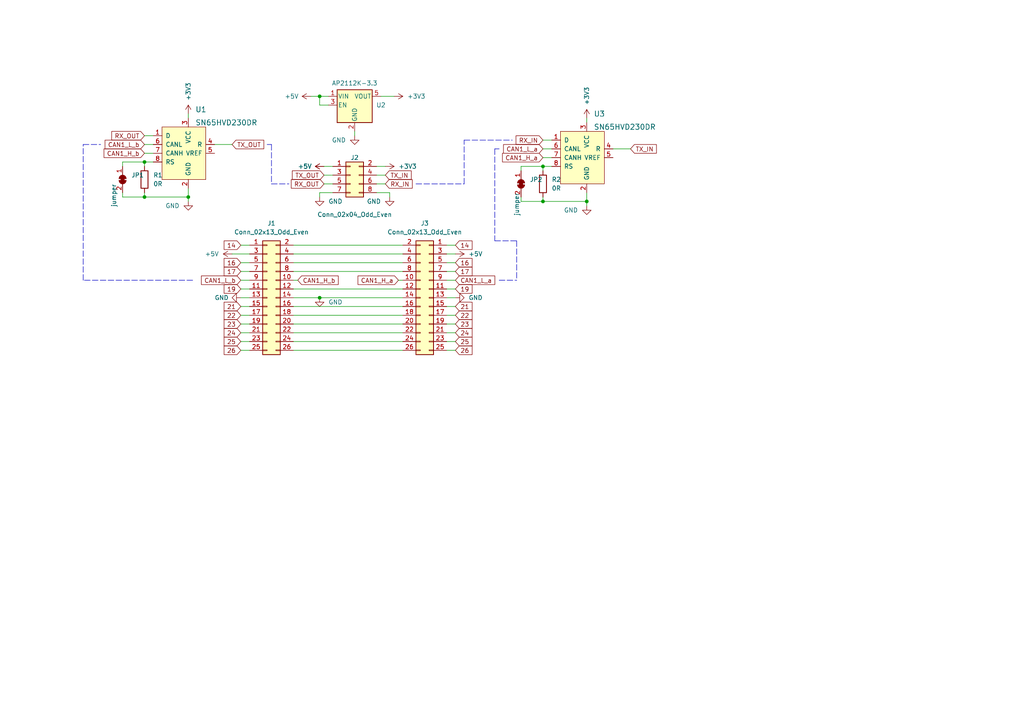
<source format=kicad_sch>
(kicad_sch (version 20211123) (generator eeschema)
  (paper "A4")
  (lib_symbols
    (symbol "Connector_Generic:Conn_02x04_Odd_Even" (pin_names (offset 1.016) hide)
      (property "Reference" "J" (at 1.27 5.08 0))
      (property "Value" "Conn_02x04_Odd_Even" (at 1.27 -7.62 0))
      (symbol "Conn_02x04_Odd_Even_1_1"
        (rectangle (start -1.27 -4.953) (end 0 -5.207) (stroke (width 0.1524)))
        (rectangle (start -1.27 -2.413) (end 0 -2.667) (stroke (width 0.1524)))
        (rectangle (start -1.27 0.127) (end 0 -0.127) (stroke (width 0.1524)))
        (rectangle (start -1.27 2.667) (end 0 2.413) (stroke (width 0.1524)))
        (rectangle (start -1.27 3.81) (end 3.81 -6.35) (stroke (width 0.254)) (fill (type background)))
        (rectangle (start 3.81 -4.953) (end 2.54 -5.207) (stroke (width 0.1524)))
        (rectangle (start 3.81 -2.413) (end 2.54 -2.667) (stroke (width 0.1524)))
        (rectangle (start 3.81 0.127) (end 2.54 -0.127) (stroke (width 0.1524)))
        (rectangle (start 3.81 2.667) (end 2.54 2.413) (stroke (width 0.1524)))
        (pin passive line (at -5.08 2.54 0) (length 3.81) (name "Pin_1") (number "1"))
        (pin passive line (at 7.62 2.54 180) (length 3.81) (name "Pin_2") (number "2"))
        (pin passive line (at -5.08 0 0) (length 3.81) (name "Pin_3") (number "3"))
        (pin passive line (at 7.62 0 180) (length 3.81) (name "Pin_4") (number "4"))
        (pin passive line (at -5.08 -2.54 0) (length 3.81) (name "Pin_5") (number "5"))
        (pin passive line (at 7.62 -2.54 180) (length 3.81) (name "Pin_6") (number "6"))
        (pin passive line (at -5.08 -5.08 0) (length 3.81) (name "Pin_7") (number "7"))
        (pin passive line (at 7.62 -5.08 180) (length 3.81) (name "Pin_8") (number "8"))
      )
    )
    (symbol "Connector_Generic:Conn_02x13_Odd_Even" (pin_names (offset 1.016) hide)
      (property "Reference" "J" (at 1.27 17.78 0))
      (property "Value" "Conn_02x13_Odd_Even" (at 1.27 -17.78 0))
      (symbol "Conn_02x13_Odd_Even_1_1"
        (rectangle (start -1.27 -15.113) (end 0 -15.367) (stroke (width 0.1524)))
        (rectangle (start -1.27 -12.573) (end 0 -12.827) (stroke (width 0.1524)))
        (rectangle (start -1.27 -10.033) (end 0 -10.287) (stroke (width 0.1524)))
        (rectangle (start -1.27 -7.493) (end 0 -7.747) (stroke (width 0.1524)))
        (rectangle (start -1.27 -4.953) (end 0 -5.207) (stroke (width 0.1524)))
        (rectangle (start -1.27 -2.413) (end 0 -2.667) (stroke (width 0.1524)))
        (rectangle (start -1.27 0.127) (end 0 -0.127) (stroke (width 0.1524)))
        (rectangle (start -1.27 2.667) (end 0 2.413) (stroke (width 0.1524)))
        (rectangle (start -1.27 5.207) (end 0 4.953) (stroke (width 0.1524)))
        (rectangle (start -1.27 7.747) (end 0 7.493) (stroke (width 0.1524)))
        (rectangle (start -1.27 10.287) (end 0 10.033) (stroke (width 0.1524)))
        (rectangle (start -1.27 12.827) (end 0 12.573) (stroke (width 0.1524)))
        (rectangle (start -1.27 15.367) (end 0 15.113) (stroke (width 0.1524)))
        (rectangle (start -1.27 16.51) (end 3.81 -16.51) (stroke (width 0.254)) (fill (type background)))
        (rectangle (start 3.81 -15.113) (end 2.54 -15.367) (stroke (width 0.1524)))
        (rectangle (start 3.81 -12.573) (end 2.54 -12.827) (stroke (width 0.1524)))
        (rectangle (start 3.81 -10.033) (end 2.54 -10.287) (stroke (width 0.1524)))
        (rectangle (start 3.81 -7.493) (end 2.54 -7.747) (stroke (width 0.1524)))
        (rectangle (start 3.81 -4.953) (end 2.54 -5.207) (stroke (width 0.1524)))
        (rectangle (start 3.81 -2.413) (end 2.54 -2.667) (stroke (width 0.1524)))
        (rectangle (start 3.81 0.127) (end 2.54 -0.127) (stroke (width 0.1524)))
        (rectangle (start 3.81 2.667) (end 2.54 2.413) (stroke (width 0.1524)))
        (rectangle (start 3.81 5.207) (end 2.54 4.953) (stroke (width 0.1524)))
        (rectangle (start 3.81 7.747) (end 2.54 7.493) (stroke (width 0.1524)))
        (rectangle (start 3.81 10.287) (end 2.54 10.033) (stroke (width 0.1524)))
        (rectangle (start 3.81 12.827) (end 2.54 12.573) (stroke (width 0.1524)))
        (rectangle (start 3.81 15.367) (end 2.54 15.113) (stroke (width 0.1524)))
        (pin passive line (at -5.08 15.24 0) (length 3.81) (name "Pin_1") (number "1"))
        (pin passive line (at 7.62 5.08 180) (length 3.81) (name "Pin_10") (number "10"))
        (pin passive line (at -5.08 2.54 0) (length 3.81) (name "Pin_11") (number "11"))
        (pin passive line (at 7.62 2.54 180) (length 3.81) (name "Pin_12") (number "12"))
        (pin passive line (at -5.08 0 0) (length 3.81) (name "Pin_13") (number "13"))
        (pin passive line (at 7.62 0 180) (length 3.81) (name "Pin_14") (number "14"))
        (pin passive line (at -5.08 -2.54 0) (length 3.81) (name "Pin_15") (number "15"))
        (pin passive line (at 7.62 -2.54 180) (length 3.81) (name "Pin_16") (number "16"))
        (pin passive line (at -5.08 -5.08 0) (length 3.81) (name "Pin_17") (number "17"))
        (pin passive line (at 7.62 -5.08 180) (length 3.81) (name "Pin_18") (number "18"))
        (pin passive line (at -5.08 -7.62 0) (length 3.81) (name "Pin_19") (number "19"))
        (pin passive line (at 7.62 15.24 180) (length 3.81) (name "Pin_2") (number "2"))
        (pin passive line (at 7.62 -7.62 180) (length 3.81) (name "Pin_20") (number "20"))
        (pin passive line (at -5.08 -10.16 0) (length 3.81) (name "Pin_21") (number "21"))
        (pin passive line (at 7.62 -10.16 180) (length 3.81) (name "Pin_22") (number "22"))
        (pin passive line (at -5.08 -12.7 0) (length 3.81) (name "Pin_23") (number "23"))
        (pin passive line (at 7.62 -12.7 180) (length 3.81) (name "Pin_24") (number "24"))
        (pin passive line (at -5.08 -15.24 0) (length 3.81) (name "Pin_25") (number "25"))
        (pin passive line (at 7.62 -15.24 180) (length 3.81) (name "Pin_26") (number "26"))
        (pin passive line (at -5.08 12.7 0) (length 3.81) (name "Pin_3") (number "3"))
        (pin passive line (at 7.62 12.7 180) (length 3.81) (name "Pin_4") (number "4"))
        (pin passive line (at -5.08 10.16 0) (length 3.81) (name "Pin_5") (number "5"))
        (pin passive line (at 7.62 10.16 180) (length 3.81) (name "Pin_6") (number "6"))
        (pin passive line (at -5.08 7.62 0) (length 3.81) (name "Pin_7") (number "7"))
        (pin passive line (at 7.62 7.62 180) (length 3.81) (name "Pin_8") (number "8"))
        (pin passive line (at -5.08 5.08 0) (length 3.81) (name "Pin_9") (number "9"))
      )
    )
    (symbol "Device:R" (pin_numbers hide) (pin_names (offset 0))
      (property "Reference" "R" (at 2.032 0 90))
      (property "Value" "R" (at 0 0 90))
      (symbol "R_0_1"
        (rectangle (start -1.016 -2.54) (end 1.016 2.54) (stroke (width 0.254)))
      )
      (symbol "R_1_1"
        (pin passive line (at 0 3.81 270) (length 1.27) (name "~") (number "1"))
        (pin passive line (at 0 -3.81 90) (length 1.27) (name "~") (number "2"))
      )
    )
    (symbol "Jumper:SolderJumper_2_Bridged" (pin_names (offset 0) hide)
      (property "Reference" "JP" (at 0 2.032 0))
      (property "Value" "SolderJumper_2_Bridged" (at 0 -2.54 0))
      (symbol "SolderJumper_2_Bridged_0_1"
        (rectangle (start -0.508 0.508) (end 0.508 -0.508) (fill (type outline)))
        (arc (start -0.254 1.016) (mid -1.27 0) (end -0.254 -1.016))
        (arc (start -0.254 1.016) (mid -1.27 0) (end -0.254 -1.016) (fill (type outline)))
        (polyline (pts (xy -0.254 1.016) (xy -0.254 -1.016)))
        (polyline (pts (xy 0.254 1.016) (xy 0.254 -1.016)))
        (arc (start 0.254 -1.016) (mid 1.27 0) (end 0.254 1.016))
        (arc (start 0.254 -1.016) (mid 1.27 0) (end 0.254 1.016) (fill (type outline)))
      )
      (symbol "SolderJumper_2_Bridged_1_1"
        (pin passive line (at -3.81 0 0) (length 2.54) (name "A") (number "1"))
        (pin passive line (at 3.81 0 180) (length 2.54) (name "B") (number "2"))
      )
    )
    (symbol "Regulator_Linear:AP2112K-3.3" (pin_names (offset 0.254))
      (property "Reference" "U" (at -5.08 5.715 0))
      (property "Value" "AP2112K-3.3" (at 0 5.715 0))
      (symbol "AP2112K-3.3_0_1"
        (rectangle (start -5.08 4.445) (end 5.08 -5.08) (stroke (width 0.254)) (fill (type background)))
      )
      (symbol "AP2112K-3.3_1_1"
        (pin power_in line (at -7.62 2.54 0) (length 2.54) (name "VIN") (number "1"))
        (pin power_in line (at 0 -7.62 90) (length 2.54) (name "GND") (number "2"))
        (pin input line (at -7.62 0 0) (length 2.54) (name "EN") (number "3"))
        (pin no_connect line (at 5.08 0 180) (length 2.54) hide (name "NC") (number "4"))
        (pin power_out line (at 7.62 2.54 180) (length 2.54) (name "VOUT") (number "5"))
      )
    )
    (symbol "dk_Interface-Drivers-Receivers-Transceivers:SN65HVD230DR" (pin_names (offset 1.016))
      (property "Reference" "U" (at -2.54 1.27 0))
      (property "Value" "SN65HVD230DR" (at 5.08 -17.78 0))
      (symbol "SN65HVD230DR_0_1"
        (rectangle (start -5.08 0) (end 7.62 -15.24) (fill (type background)))
      )
      (symbol "SN65HVD230DR_1_1"
        (pin input line (at -7.62 -2.54 0) (length 2.54) (name "D") (number "1"))
        (pin power_in line (at 2.54 -17.78 90) (length 2.54) (name "GND") (number "2"))
        (pin power_in line (at 2.54 2.54 270) (length 2.54) (name "VCC") (number "3"))
        (pin output line (at 10.16 -5.08 180) (length 2.54) (name "R") (number "4"))
        (pin output line (at 10.16 -7.62 180) (length 2.54) (name "VREF") (number "5"))
        (pin bidirectional line (at -7.62 -5.08 0) (length 2.54) (name "CANL") (number "6"))
        (pin bidirectional line (at -7.62 -7.62 0) (length 2.54) (name "CANH") (number "7"))
        (pin input line (at -7.62 -10.16 0) (length 2.54) (name "RS") (number "8"))
      )
    )
    (symbol "power:+3V3" (power) (pin_names (offset 0))
      (property "Value" "+3V3" (at 0 3.556 0))
      (symbol "+3V3_0_1"
        (polyline (pts (xy -0.762 1.27) (xy 0 2.54)))
        (polyline (pts (xy 0 0) (xy 0 2.54)))
        (polyline (pts (xy 0 2.54) (xy 0.762 1.27)))
      )
      (symbol "+3V3_1_1"
        (pin power_in line (at 0 0 90) (length 0) hide (name "+3V3") (number "1"))
      )
    )
    (symbol "power:+5V" (power) (pin_names (offset 0))
      (property "Value" "+5V" (at 0 3.556 0))
      (symbol "+5V_0_1"
        (polyline (pts (xy -0.762 1.27) (xy 0 2.54)))
        (polyline (pts (xy 0 0) (xy 0 2.54)))
        (polyline (pts (xy 0 2.54) (xy 0.762 1.27)))
      )
      (symbol "+5V_1_1"
        (pin power_in line (at 0 0 90) (length 0) hide (name "+5V") (number "1"))
      )
    )
    (symbol "power:GND" (power) (pin_names (offset 0))
      (property "Value" "GND" (at 0 -3.81 0))
      (symbol "GND_0_1"
        (polyline (pts (xy 0 0) (xy 0 -1.27) (xy 1.27 -1.27) (xy 0 -2.54) (xy -1.27 -1.27) (xy 0 -1.27)))
      )
      (symbol "GND_1_1"
        (pin power_in line (at 0 0 270) (length 0) hide (name "GND") (number "1"))
      )
    )
  )
  (junction (at 54.61 57.15))
  (junction (at 41.91 46.99))
  (junction (at 157.48 58.42))
  (junction (at 41.91 57.15))
  (junction (at 92.71 86.36))
  (junction (at 157.48 48.26))
  (junction (at 170.18 58.42))
  (junction (at 92.71 27.94))
  (wire (pts (xy 41.91 41.91) (xy 44.45 41.91)))
  (wire (pts (xy 54.61 57.15) (xy 54.61 58.42)))
  (wire (pts (xy 111.76 50.8) (xy 109.22 50.8)))
  (wire (pts (xy 92.71 86.36) (xy 116.84 86.36)))
  (wire (pts (xy 69.85 76.2) (xy 72.39 76.2)))
  (wire (pts (xy 132.08 101.6) (xy 129.54 101.6)))
  (wire (pts (xy 67.31 73.66) (xy 72.39 73.66)))
  (wire (pts (xy 113.03 57.15) (xy 113.03 55.88)))
  (wire (pts (xy 157.48 58.42) (xy 170.18 58.42)))
  (wire (pts (xy 177.8 43.18) (xy 182.88 43.18)))
  (wire (pts (xy 157.48 45.72) (xy 160.02 45.72)))
  (wire (pts (xy 132.08 81.28) (xy 129.54 81.28)))
  (wire (pts (xy 92.71 27.94) (xy 92.71 30.48)))
  (wire (pts (xy 110.49 27.94) (xy 114.3 27.94)))
  (wire (pts (xy 132.08 71.12) (xy 129.54 71.12)))
  (wire (pts (xy 111.76 48.26) (xy 109.22 48.26)))
  (wire (pts (xy 92.71 55.88) (xy 96.52 55.88)))
  (wire (pts (xy 41.91 44.45) (xy 44.45 44.45)))
  (polyline (pts (xy 144.78 81.28) (xy 149.86 81.28)))
  (wire (pts (xy 35.56 55.88) (xy 35.56 57.15)))
  (wire (pts (xy 102.87 38.1) (xy 102.87 39.37)))
  (wire (pts (xy 85.09 78.74) (xy 116.84 78.74)))
  (wire (pts (xy 170.18 58.42) (xy 170.18 59.69)))
  (wire (pts (xy 92.71 27.94) (xy 95.25 27.94)))
  (wire (pts (xy 115.57 81.28) (xy 116.84 81.28)))
  (wire (pts (xy 69.85 93.98) (xy 72.39 93.98)))
  (polyline (pts (xy 149.86 69.85) (xy 149.86 81.28)))
  (wire (pts (xy 151.13 48.26) (xy 151.13 49.53)))
  (wire (pts (xy 132.08 93.98) (xy 129.54 93.98)))
  (polyline (pts (xy 77.47 41.91) (xy 78.74 41.91)))
  (wire (pts (xy 93.98 53.34) (xy 96.52 53.34)))
  (polyline (pts (xy 55.88 81.28) (xy 24.13 81.28)))
  (wire (pts (xy 151.13 57.15) (xy 151.13 58.42)))
  (wire (pts (xy 85.09 91.44) (xy 116.84 91.44)))
  (polyline (pts (xy 134.62 53.34) (xy 134.62 40.64)))
  (wire (pts (xy 69.85 88.9) (xy 72.39 88.9)))
  (polyline (pts (xy 78.74 41.91) (xy 78.74 53.34)))
  (wire (pts (xy 132.08 83.82) (xy 129.54 83.82)))
  (wire (pts (xy 85.09 88.9) (xy 116.84 88.9)))
  (wire (pts (xy 157.48 40.64) (xy 160.02 40.64)))
  (wire (pts (xy 157.48 48.26) (xy 157.48 49.53)))
  (wire (pts (xy 69.85 91.44) (xy 72.39 91.44)))
  (polyline (pts (xy 144.78 43.18) (xy 143.51 43.18)))
  (polyline (pts (xy 134.62 40.64) (xy 148.59 40.64)))
  (wire (pts (xy 170.18 55.88) (xy 170.18 58.42)))
  (wire (pts (xy 157.48 57.15) (xy 157.48 58.42)))
  (wire (pts (xy 170.18 35.56) (xy 170.18 34.29)))
  (polyline (pts (xy 24.13 81.28) (xy 24.13 41.91)))
  (wire (pts (xy 69.85 99.06) (xy 72.39 99.06)))
  (wire (pts (xy 69.85 78.74) (xy 72.39 78.74)))
  (wire (pts (xy 69.85 71.12) (xy 72.39 71.12)))
  (polyline (pts (xy 24.13 41.91) (xy 29.21 41.91)))
  (wire (pts (xy 85.09 83.82) (xy 116.84 83.82)))
  (wire (pts (xy 132.08 73.66) (xy 129.54 73.66)))
  (wire (pts (xy 62.23 41.91) (xy 67.31 41.91)))
  (polyline (pts (xy 120.65 53.34) (xy 134.62 53.34)))
  (wire (pts (xy 69.85 101.6) (xy 72.39 101.6)))
  (wire (pts (xy 157.48 43.18) (xy 160.02 43.18)))
  (wire (pts (xy 92.71 30.48) (xy 95.25 30.48)))
  (wire (pts (xy 132.08 76.2) (xy 129.54 76.2)))
  (wire (pts (xy 41.91 57.15) (xy 54.61 57.15)))
  (wire (pts (xy 132.08 78.74) (xy 129.54 78.74)))
  (wire (pts (xy 85.09 73.66) (xy 116.84 73.66)))
  (wire (pts (xy 85.09 96.52) (xy 116.84 96.52)))
  (wire (pts (xy 132.08 99.06) (xy 129.54 99.06)))
  (wire (pts (xy 69.85 86.36) (xy 72.39 86.36)))
  (wire (pts (xy 35.56 46.99) (xy 35.56 48.26)))
  (polyline (pts (xy 78.74 53.34) (xy 83.82 53.34)))
  (wire (pts (xy 85.09 99.06) (xy 116.84 99.06)))
  (wire (pts (xy 41.91 46.99) (xy 41.91 48.26)))
  (wire (pts (xy 151.13 48.26) (xy 157.48 48.26)))
  (wire (pts (xy 54.61 34.29) (xy 54.61 33.02)))
  (wire (pts (xy 132.08 91.44) (xy 129.54 91.44)))
  (wire (pts (xy 85.09 71.12) (xy 116.84 71.12)))
  (wire (pts (xy 111.76 53.34) (xy 109.22 53.34)))
  (wire (pts (xy 160.02 48.26) (xy 157.48 48.26)))
  (wire (pts (xy 92.71 57.15) (xy 92.71 55.88)))
  (wire (pts (xy 44.45 46.99) (xy 41.91 46.99)))
  (wire (pts (xy 41.91 39.37) (xy 44.45 39.37)))
  (wire (pts (xy 93.98 48.26) (xy 96.52 48.26)))
  (wire (pts (xy 85.09 101.6) (xy 116.84 101.6)))
  (wire (pts (xy 54.61 54.61) (xy 54.61 57.15)))
  (wire (pts (xy 113.03 55.88) (xy 109.22 55.88)))
  (wire (pts (xy 41.91 46.99) (xy 35.56 46.99)))
  (wire (pts (xy 69.85 96.52) (xy 72.39 96.52)))
  (wire (pts (xy 35.56 57.15) (xy 41.91 57.15)))
  (wire (pts (xy 41.91 55.88) (xy 41.91 57.15)))
  (wire (pts (xy 85.09 76.2) (xy 116.84 76.2)))
  (wire (pts (xy 85.09 93.98) (xy 116.84 93.98)))
  (wire (pts (xy 85.09 81.28) (xy 86.36 81.28)))
  (wire (pts (xy 85.09 86.36) (xy 92.71 86.36)))
  (wire (pts (xy 69.85 83.82) (xy 72.39 83.82)))
  (wire (pts (xy 93.98 50.8) (xy 96.52 50.8)))
  (wire (pts (xy 132.08 96.52) (xy 129.54 96.52)))
  (polyline (pts (xy 143.51 69.85) (xy 149.86 69.85)))
  (wire (pts (xy 69.85 81.28) (xy 72.39 81.28)))
  (wire (pts (xy 151.13 58.42) (xy 157.48 58.42)))
  (wire (pts (xy 132.08 86.36) (xy 129.54 86.36)))
  (wire (pts (xy 132.08 88.9) (xy 129.54 88.9)))
  (wire (pts (xy 90.17 27.94) (xy 92.71 27.94)))
  (polyline (pts (xy 143.51 43.18) (xy 143.51 69.85)))
  (global_label "26" (shape input) (at 69.85 101.6 180) (property "Intersheet References" "${INTERSHEET_REFS}" (effects hide)))
  (global_label "TX_OUT" (shape input) (at 67.31 41.91 0) (property "Intersheet References" "${INTERSHEET_REFS}" (effects hide)))
  (global_label "CAN1_H_b" (shape input) (at 41.91 44.45 180) (property "Intersheet References" "${INTERSHEET_REFS}" (effects hide)))
  (global_label "25" (shape input) (at 69.85 99.06 180) (property "Intersheet References" "${INTERSHEET_REFS}" (effects hide)))
  (global_label "RX_IN" (shape input) (at 157.48 40.64 180) (property "Intersheet References" "${INTERSHEET_REFS}" (effects hide)))
  (global_label "16" (shape input) (at 132.08 76.2 0) (property "Intersheet References" "${INTERSHEET_REFS}" (effects hide)))
  (global_label "TX_IN" (shape input) (at 111.76 50.8 0) (property "Intersheet References" "${INTERSHEET_REFS}" (effects hide)))
  (global_label "CAN1_L_a" (shape input) (at 132.08 81.28 0) (property "Intersheet References" "${INTERSHEET_REFS}" (effects hide)))
  (global_label "CAN1_H_a" (shape input) (at 115.57 81.28 180) (property "Intersheet References" "${INTERSHEET_REFS}" (effects hide)))
  (global_label "CAN1_L_a" (shape input) (at 157.48 43.18 180) (property "Intersheet References" "${INTERSHEET_REFS}" (effects hide)))
  (global_label "TX_OUT" (shape input) (at 93.98 50.8 180) (property "Intersheet References" "${INTERSHEET_REFS}" (effects hide)))
  (global_label "CAN1_H_a" (shape input) (at 157.48 45.72 180) (property "Intersheet References" "${INTERSHEET_REFS}" (effects hide)))
  (global_label "19" (shape input) (at 69.85 83.82 180) (property "Intersheet References" "${INTERSHEET_REFS}" (effects hide)))
  (global_label "17" (shape input) (at 69.85 78.74 180) (property "Intersheet References" "${INTERSHEET_REFS}" (effects hide)))
  (global_label "CAN1_L_b" (shape input) (at 69.85 81.28 180) (property "Intersheet References" "${INTERSHEET_REFS}" (effects hide)))
  (global_label "25" (shape input) (at 132.08 99.06 0) (property "Intersheet References" "${INTERSHEET_REFS}" (effects hide)))
  (global_label "19" (shape input) (at 132.08 83.82 0) (property "Intersheet References" "${INTERSHEET_REFS}" (effects hide)))
  (global_label "24" (shape input) (at 132.08 96.52 0) (property "Intersheet References" "${INTERSHEET_REFS}" (effects hide)))
  (global_label "16" (shape input) (at 69.85 76.2 180) (property "Intersheet References" "${INTERSHEET_REFS}" (effects hide)))
  (global_label "21" (shape input) (at 69.85 88.9 180) (property "Intersheet References" "${INTERSHEET_REFS}" (effects hide)))
  (global_label "22" (shape input) (at 132.08 91.44 0) (property "Intersheet References" "${INTERSHEET_REFS}" (effects hide)))
  (global_label "TX_IN" (shape input) (at 182.88 43.18 0) (property "Intersheet References" "${INTERSHEET_REFS}" (effects hide)))
  (global_label "21" (shape input) (at 132.08 88.9 0) (property "Intersheet References" "${INTERSHEET_REFS}" (effects hide)))
  (global_label "24" (shape input) (at 69.85 96.52 180) (property "Intersheet References" "${INTERSHEET_REFS}" (effects hide)))
  (global_label "CAN1_H_b" (shape input) (at 86.36 81.28 0) (property "Intersheet References" "${INTERSHEET_REFS}" (effects hide)))
  (global_label "23" (shape input) (at 132.08 93.98 0) (property "Intersheet References" "${INTERSHEET_REFS}" (effects hide)))
  (global_label "23" (shape input) (at 69.85 93.98 180) (property "Intersheet References" "${INTERSHEET_REFS}" (effects hide)))
  (global_label "RX_OUT" (shape input) (at 93.98 53.34 180) (property "Intersheet References" "${INTERSHEET_REFS}" (effects hide)))
  (global_label "RX_OUT" (shape input) (at 41.91 39.37 180) (property "Intersheet References" "${INTERSHEET_REFS}" (effects hide)))
  (global_label "17" (shape input) (at 132.08 78.74 0) (property "Intersheet References" "${INTERSHEET_REFS}" (effects hide)))
  (global_label "22" (shape input) (at 69.85 91.44 180) (property "Intersheet References" "${INTERSHEET_REFS}" (effects hide)))
  (global_label "14" (shape input) (at 132.08 71.12 0) (property "Intersheet References" "${INTERSHEET_REFS}" (effects hide)))
  (global_label "14" (shape input) (at 69.85 71.12 180) (property "Intersheet References" "${INTERSHEET_REFS}" (effects hide)))
  (global_label "CAN1_L_b" (shape input) (at 41.91 41.91 180) (property "Intersheet References" "${INTERSHEET_REFS}" (effects hide)))
  (global_label "26" (shape input) (at 132.08 101.6 0) (property "Intersheet References" "${INTERSHEET_REFS}" (effects hide)))
  (global_label "RX_IN" (shape input) (at 111.76 53.34 0) (property "Intersheet References" "${INTERSHEET_REFS}" (effects hide)))
  (symbol (lib_id "power:+3V3") (at 170.18 34.29 0) (unit 1)
    (property "Reference" "#PWR0103" (effects hide))
    (property "Value" "+3V3" (at 170.1799 30.48 90) (effects (justify left)))
  )
  (symbol (lib_id "power:+3V3") (at 54.61 33.02 0) (unit 1)
    (property "Reference" "#PWR0109" (effects hide))
    (property "Value" "+3V3" (at 54.6099 29.21 90) (effects (justify left)))
  )
  (symbol (lib_id "power:GND") (at 92.71 86.36 0) (unit 1)
    (property "Reference" "#PWR0105" (effects hide))
    (property "Value" "GND" (at 95.25 87.6299 0) (effects (justify left)))
  )
  (symbol (lib_id "dk_Interface-Drivers-Receivers-Transceivers:SN65HVD230DR") (at 167.64 38.1 0) (unit 1)
    (property "Reference" "U3" (at 172.1994 33.02 0) (effects (font (size 1.524 1.524)) (justify left)))
    (property "Value" "SN65HVD230DR" (at 172.1994 36.83 0) (effects (font (size 1.524 1.524)) (justify left)))
    (property "Footprint" "Package_SO:SOIC-8_3.9x4.9mm_P1.27mm" (effects hide))
    (property "Datasheet" "http://www.ti.com/general/docs/suppproductinfo.tsp?distId=10&gotoUrl=http%3A%2F%2Fwww.ti.com%2Flit%2Fgpn%2Fsn65hvd230" (effects hide))
    (property "Digi-Key_PN" "296-11654-1-ND" (effects hide))
    (property "MPN" "SN65HVD230DR" (effects hide))
    (property "Category" "Integrated Circuits (ICs)" (effects hide))
    (property "Family" "Interface - Drivers, Receivers, Transceivers" (effects hide))
    (property "DK_Datasheet_Link" "http://www.ti.com/general/docs/suppproductinfo.tsp?distId=10&gotoUrl=http%3A%2F%2Fwww.ti.com%2Flit%2Fgpn%2Fsn65hvd230" (effects hide))
    (property "DK_Detail_Page" "/product-detail/en/texas-instruments/SN65HVD230DR/296-11654-1-ND/404366" (effects hide))
    (property "Description" "IC TXRX CAN 1MBPS 3.3V 8SOIC" (effects hide))
    (property "Manufacturer" "Texas Instruments" (effects hide))
    (property "Status" "Active" (effects hide))
  )
  (symbol (lib_id "power:+5V") (at 67.31 73.66 90) (unit 1)
    (property "Reference" "#PWR0106" (effects hide))
    (property "Value" "+5V" (at 63.5 73.6599 90) (effects (justify left)))
  )
  (symbol (lib_id "power:GND") (at 132.08 86.36 90) (unit 1)
    (property "Reference" "#PWR0101" (effects hide))
    (property "Value" "GND" (at 135.89 86.3599 90) (effects (justify right)))
  )
  (symbol (lib_id "power:GND") (at 170.18 59.69 0) (mirror y) (unit 1)
    (property "Reference" "#PWR0104" (effects hide))
    (property "Value" "GND" (at 167.64 60.9599 0) (effects (justify left)))
  )
  (symbol (lib_id "Device:R") (at 157.48 53.34 0) (unit 1)
    (property "Reference" "R2" (at 160.02 52.0699 0) (effects (justify left)))
    (property "Value" "0R" (at 160.02 54.6099 0) (effects (justify left)))
    (property "Footprint" "Resistor_SMD:R_0603_1608Metric_Pad0.98x0.95mm_HandSolder" (effects hide))
  )
  (symbol (lib_id "power:+5V") (at 93.98 48.26 90) (unit 1)
    (property "Reference" "#PWR0116" (effects hide))
    (property "Value" "+5V" (at 86.36 48.26 90) (effects (justify right)))
  )
  (symbol (lib_id "Connector_Generic:Conn_02x13_Odd_Even") (at 77.47 86.36 0) (unit 1)
    (property "Reference" "J1" (at 78.74 64.77 0))
    (property "Value" "Conn_02x13_Odd_Even" (at 78.74 67.31 0))
    (property "Footprint" "Connector_IDC:IDC-Header_2x13_P2.54mm_Vertical" (effects hide))
  )
  (symbol (lib_id "power:+5V") (at 132.08 73.66 270) (unit 1)
    (property "Reference" "#PWR0102" (effects hide))
    (property "Value" "+5V" (at 135.89 73.6599 90) (effects (justify left)))
  )
  (symbol (lib_id "Connector_Generic:Conn_02x13_Odd_Even") (at 124.46 86.36 0) (mirror y) (unit 1)
    (property "Reference" "J3" (at 123.19 64.77 0))
    (property "Value" "Conn_02x13_Odd_Even" (at 123.19 67.31 0))
    (property "Footprint" "Connector_IDC:IDC-Header_2x13_P2.54mm_Vertical" (effects hide))
  )
  (symbol (lib_id "Regulator_Linear:AP2112K-3.3") (at 102.87 30.48 0) (unit 1)
    (property "Reference" "U2" (at 110.49 30.48 0))
    (property "Value" "AP2112K-3.3" (at 102.87 24.13 0))
    (property "Footprint" "Package_TO_SOT_SMD:SOT-23-5" (effects hide))
    (property "Datasheet" "https://www.diodes.com/assets/Datasheets/AP2112.pdf" (effects hide))
  )
  (symbol (lib_id "power:GND") (at 102.87 39.37 0) (mirror y) (unit 1)
    (property "Reference" "#PWR0117" (effects hide))
    (property "Value" "GND" (at 100.33 40.6399 0) (effects (justify left)))
  )
  (symbol (lib_id "Device:R") (at 41.91 52.07 0) (unit 1)
    (property "Reference" "R1" (at 44.45 50.7999 0) (effects (justify left)))
    (property "Value" "0R" (at 44.45 53.3399 0) (effects (justify left)))
    (property "Footprint" "Resistor_SMD:R_0603_1608Metric_Pad0.98x0.95mm_HandSolder" (effects hide))
  )
  (symbol (lib_id "Jumper:SolderJumper_2_Bridged") (at 35.56 52.07 270) (unit 1)
    (property "Reference" "JP1" (at 38.1 50.7999 90) (effects (justify left)))
    (property "Value" "jumper" (at 33.02 53.34 0) (effects (justify left)))
    (property "Footprint" "Jumper:SolderJumper-2_P1.3mm_Bridged_RoundedPad1.0x1.5mm" (effects hide))
  )
  (symbol (lib_id "dk_Interface-Drivers-Receivers-Transceivers:SN65HVD230DR") (at 52.07 36.83 0) (unit 1)
    (property "Reference" "U1" (at 56.6294 31.75 0) (effects (font (size 1.524 1.524)) (justify left)))
    (property "Value" "SN65HVD230DR" (at 56.6294 35.56 0) (effects (font (size 1.524 1.524)) (justify left)))
    (property "Footprint" "Package_SO:SOIC-8_3.9x4.9mm_P1.27mm" (effects hide))
    (property "Datasheet" "http://www.ti.com/general/docs/suppproductinfo.tsp?distId=10&gotoUrl=http%3A%2F%2Fwww.ti.com%2Flit%2Fgpn%2Fsn65hvd230" (effects hide))
    (property "Digi-Key_PN" "296-11654-1-ND" (effects hide))
    (property "MPN" "SN65HVD230DR" (effects hide))
    (property "Category" "Integrated Circuits (ICs)" (effects hide))
    (property "Family" "Interface - Drivers, Receivers, Transceivers" (effects hide))
    (property "DK_Datasheet_Link" "http://www.ti.com/general/docs/suppproductinfo.tsp?distId=10&gotoUrl=http%3A%2F%2Fwww.ti.com%2Flit%2Fgpn%2Fsn65hvd230" (effects hide))
    (property "DK_Detail_Page" "/product-detail/en/texas-instruments/SN65HVD230DR/296-11654-1-ND/404366" (effects hide))
    (property "Description" "IC TXRX CAN 1MBPS 3.3V 8SOIC" (effects hide))
    (property "Manufacturer" "Texas Instruments" (effects hide))
    (property "Status" "Active" (effects hide))
  )
  (symbol (lib_id "power:GND") (at 54.61 58.42 0) (mirror y) (unit 1)
    (property "Reference" "#PWR0108" (effects hide))
    (property "Value" "GND" (at 52.07 59.6899 0) (effects (justify left)))
  )
  (symbol (lib_id "power:+5V") (at 90.17 27.94 90) (unit 1)
    (property "Reference" "#PWR0110" (effects hide))
    (property "Value" "+5V" (at 82.55 27.94 90) (effects (justify right)))
  )
  (symbol (lib_id "power:+3V3") (at 111.76 48.26 270) (unit 1)
    (property "Reference" "#PWR0114" (effects hide))
    (property "Value" "+3V3" (at 115.57 48.2599 90) (effects (justify left)))
  )
  (symbol (lib_id "Jumper:SolderJumper_2_Bridged") (at 151.13 53.34 270) (unit 1)
    (property "Reference" "JP2" (at 153.67 52.0699 90) (effects (justify left)))
    (property "Value" "jumper" (at 149.86 55.88 0) (effects (justify left)))
    (property "Footprint" "Jumper:SolderJumper-2_P1.3mm_Bridged_RoundedPad1.0x1.5mm" (effects hide))
  )
  (symbol (lib_id "power:GND") (at 92.71 57.15 0) (unit 1)
    (property "Reference" "#PWR0112" (effects hide))
    (property "Value" "GND" (at 95.25 58.4199 0) (effects (justify left)))
  )
  (symbol (lib_id "Connector_Generic:Conn_02x04_Odd_Even") (at 101.6 50.8 0) (unit 1)
    (property "Reference" "J2" (at 102.87 45.72 0))
    (property "Value" "Conn_02x04_Odd_Even" (at 102.87 62.23 0))
    (property "Footprint" "Connector_PinHeader_2.54mm:PinHeader_2x04_P2.54mm_Vertical" (effects hide))
  )
  (symbol (lib_id "power:+5V") (at 93.98 48.26 90) (unit 1)
    (property "Reference" "#PWR0115" (effects hide))
    (property "Value" "+5V" (at 86.36 48.26 90) (effects (justify right)))
  )
  (symbol (lib_id "power:+3V3") (at 114.3 27.94 270) (unit 1)
    (property "Reference" "#PWR0113" (effects hide))
    (property "Value" "+3V3" (at 118.11 27.9399 90) (effects (justify left)))
  )
  (symbol (lib_id "power:GND") (at 113.03 57.15 0) (mirror y) (unit 1)
    (property "Reference" "#PWR0111" (effects hide))
    (property "Value" "GND" (at 110.49 58.4199 0) (effects (justify left)))
  )
  (symbol (lib_id "power:GND") (at 69.85 86.36 270) (unit 1)
    (property "Reference" "#PWR0107" (effects hide))
    (property "Value" "GND" (at 62.23 86.36 90) (effects (justify left)))
  )
)
</source>
